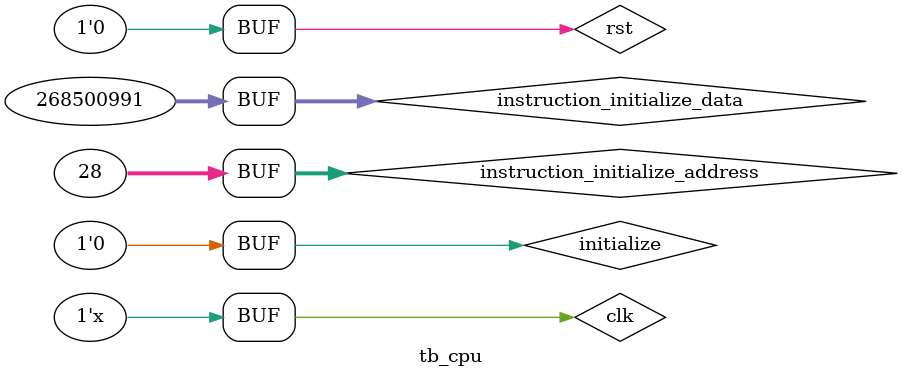
<source format=v>
`timescale 1ns / 1ns


module tb_cpu;

	// Inputs
	reg rst;
	reg clk;
	reg initialize;
	reg [31:0] instruction_initialize_data;
	reg [31:0] instruction_initialize_address;

	// Instantiate the Unit Under Test (UUT)
	cpu uut (
		.rst(rst), 
		.clk(clk), 
		.initialize(initialize), 
		.instruction_initialize_data(instruction_initialize_data), 
		.instruction_initialize_address(instruction_initialize_address)
	);

	initial begin
		// Initialize Inputs
		rst = 1;
		clk = 0;
		initialize = 1;
		instruction_initialize_data = 0;
		instruction_initialize_address = 0;

		#100;
      
		instruction_initialize_address = 0;
		instruction_initialize_data = 32'b000000_00000_00010_00001_00000_10_0000;      // ADD R1, R0, R2
		#20;
		instruction_initialize_address = 4;
		instruction_initialize_data = 32'b000000_00100_00100_01000_00000_10_0010;      // SUB R8, R4, $4
		#20;
		instruction_initialize_address = 8;
		instruction_initialize_data = 32'b000000_00101_00110_00111_00000_10_0101;      // OR R5, R6, 7
		#20;
		instruction_initialize_address = 12;
		instruction_initialize_data = 32'b101011_00000_01001_00000_00000_00_1100;      // SW R9, 12(R0)
		#20;
		instruction_initialize_address = 16;
		instruction_initialize_data = 32'b100011_00000_01100_00000_00000_00_1100;      // LW R12, 12(R0)
		#20;	
		instruction_initialize_address = 20;
		instruction_initialize_data = 32'b000000_01001_01010_01001_00000_10_0000;		 // ADD R9, R9, R10
		#20;
		instruction_initialize_address = 24;
		instruction_initialize_data = 32'b000010_00000_00000_00000_00000_00_0011;		 // J Instruction12
		#20;
      instruction_initialize_address = 28;
		instruction_initialize_data = 32'b000100_00000_00000_11111_11111_11_1111;      // BEQ R0, R0, -1
		#20;
		
		initialize = 0;
		rst = 0;
		
	end
      
always
#5 clk = ~clk;
endmodule


</source>
